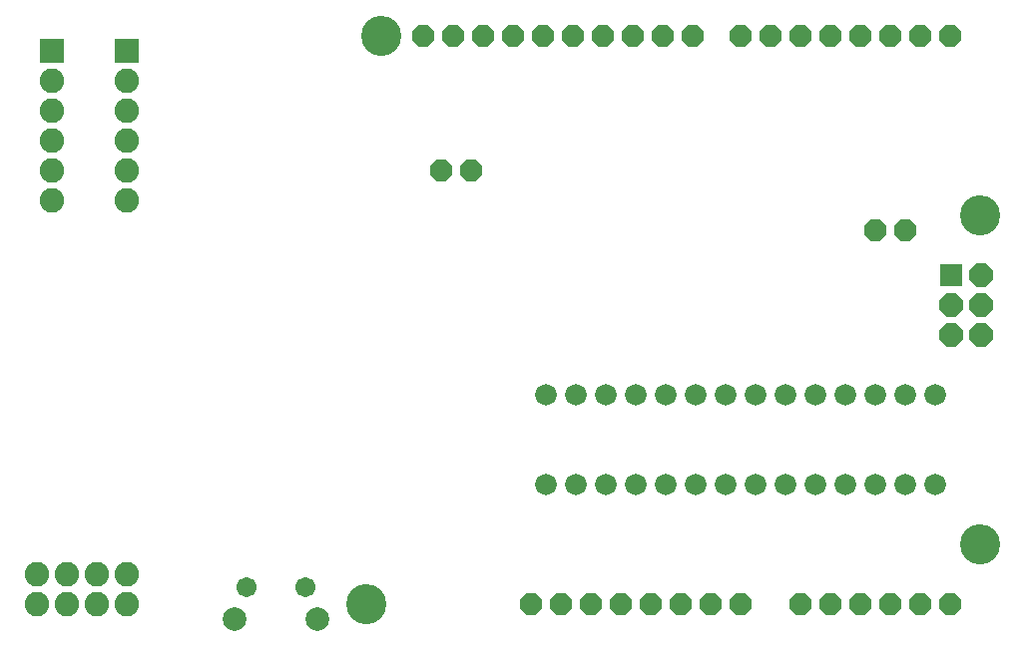
<source format=gbs>
G75*
%MOIN*%
%OFA0B0*%
%FSLAX25Y25*%
%IPPOS*%
%LPD*%
%AMOC8*
5,1,8,0,0,1.08239X$1,22.5*
%
%ADD10R,0.08200X0.08200*%
%ADD11C,0.08200*%
%ADD12C,0.07200*%
%ADD13OC8,0.07400*%
%ADD14OC8,0.07800*%
%ADD15R,0.07800X0.07800*%
%ADD16C,0.13398*%
%ADD17C,0.06743*%
%ADD18C,0.07924*%
D10*
X0030000Y0203848D03*
X0055000Y0203848D03*
D11*
X0025000Y0018848D03*
X0035000Y0018848D03*
X0045000Y0018848D03*
X0055000Y0018848D03*
X0055000Y0028848D03*
X0045000Y0028848D03*
X0035000Y0028848D03*
X0025000Y0028848D03*
X0030000Y0153848D03*
X0030000Y0163848D03*
X0030000Y0173848D03*
X0030000Y0183848D03*
X0030000Y0193848D03*
X0055000Y0193848D03*
X0055000Y0183848D03*
X0055000Y0173848D03*
X0055000Y0163848D03*
X0055000Y0153848D03*
D12*
X0195000Y0088848D03*
X0205000Y0088848D03*
X0215000Y0088848D03*
X0225000Y0088848D03*
X0235000Y0088848D03*
X0245000Y0088848D03*
X0255000Y0088848D03*
X0265000Y0088848D03*
X0275000Y0088848D03*
X0285000Y0088848D03*
X0295000Y0088848D03*
X0305000Y0088848D03*
X0315000Y0088848D03*
X0325000Y0088848D03*
X0325000Y0058848D03*
X0315000Y0058848D03*
X0305000Y0058848D03*
X0295000Y0058848D03*
X0285000Y0058848D03*
X0275000Y0058848D03*
X0265000Y0058848D03*
X0255000Y0058848D03*
X0245000Y0058848D03*
X0235000Y0058848D03*
X0225000Y0058848D03*
X0215000Y0058848D03*
X0205000Y0058848D03*
X0195000Y0058848D03*
D13*
X0190000Y0018848D03*
X0200000Y0018848D03*
X0210000Y0018848D03*
X0220000Y0018848D03*
X0230000Y0018848D03*
X0240000Y0018848D03*
X0250000Y0018848D03*
X0260000Y0018848D03*
X0280000Y0018848D03*
X0290000Y0018848D03*
X0300000Y0018848D03*
X0310000Y0018848D03*
X0320000Y0018848D03*
X0330000Y0018848D03*
X0315000Y0143848D03*
X0305000Y0143848D03*
X0300000Y0208848D03*
X0290000Y0208848D03*
X0280000Y0208848D03*
X0270000Y0208848D03*
X0260000Y0208848D03*
X0244000Y0208848D03*
X0234000Y0208848D03*
X0224000Y0208848D03*
X0214000Y0208848D03*
X0204000Y0208848D03*
X0194000Y0208848D03*
X0184000Y0208848D03*
X0174000Y0208848D03*
X0164000Y0208848D03*
X0154000Y0208848D03*
X0160000Y0163848D03*
X0170000Y0163848D03*
X0310000Y0208848D03*
X0320000Y0208848D03*
X0330000Y0208848D03*
D14*
X0340500Y0128848D03*
X0340500Y0118848D03*
X0330500Y0118848D03*
X0330500Y0108848D03*
X0340500Y0108848D03*
D15*
X0330500Y0128848D03*
D16*
X0340000Y0148848D03*
X0340000Y0038848D03*
X0135000Y0018848D03*
X0140000Y0208848D03*
D17*
X0114843Y0024478D03*
X0095157Y0024478D03*
D18*
X0091220Y0013848D03*
X0118780Y0013848D03*
M02*

</source>
